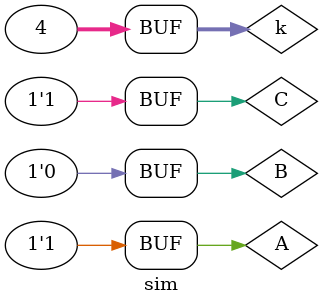
<source format=v>
`timescale 1ns / 1ps

module sim;
 
// Inputs
reg A;
reg B;
reg C;
// Outputs
wire X;
 
// Instantiate the Unit Under Test (UUT)
main uut (
    .A(A),
    .B(B),
    .C(C),
    .X(X)
);
 
// Declare loop index variable
integer k = 0;
 
initial begin
    // Initialize Inputs
    A = 0;
    B = 0;
    C = 0;
 
    // Wait 100 ns for global reset to finish
    // Add stimulus here
 
    for(k = 0; k < 4; k=k+1)
    begin
        {A,C} = k;
        #20 B = 1;
        #20 B = 0;
        #20 ;
    end
end
 
endmodule
</source>
